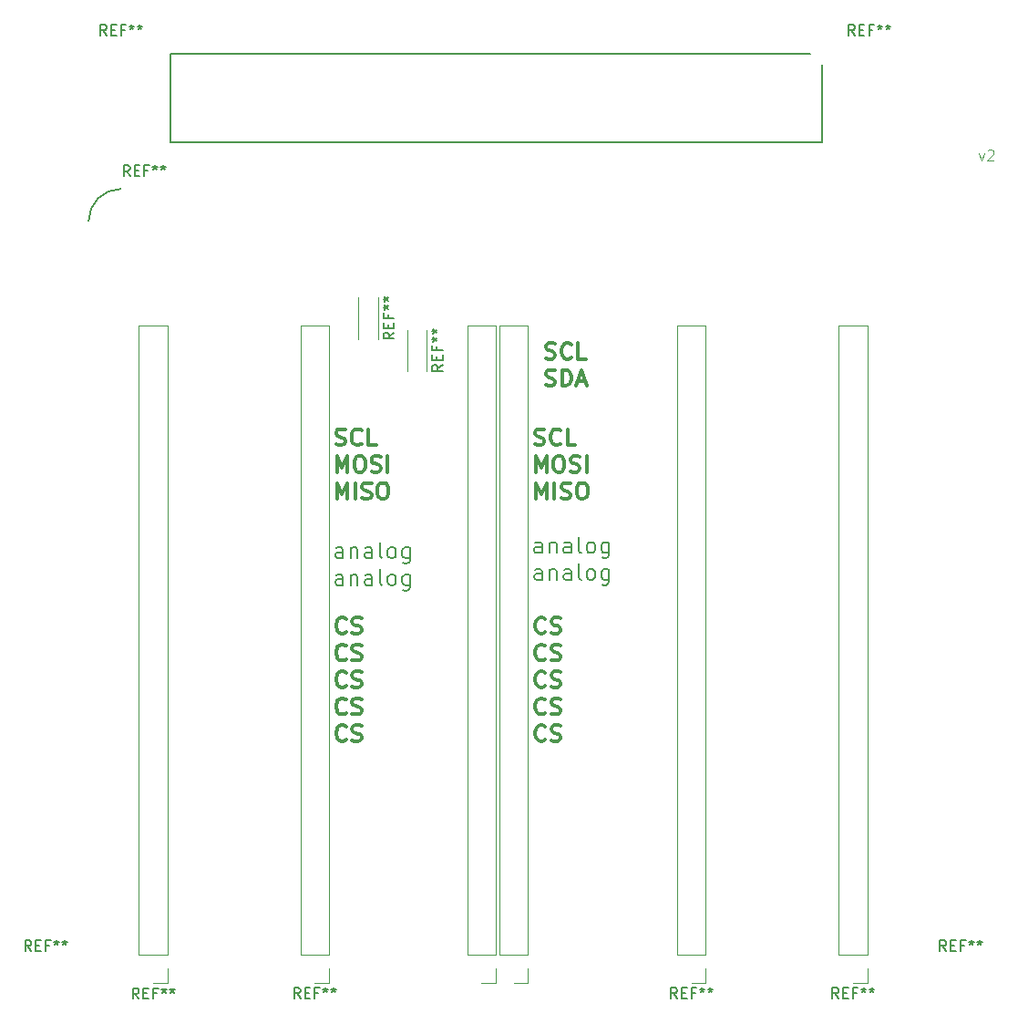
<source format=gbr>
%TF.GenerationSoftware,KiCad,Pcbnew,8.0.0*%
%TF.CreationDate,2025-01-17T03:29:13+02:00*%
%TF.ProjectId,diplomna_2024_pcb_layout,6469706c-6f6d-46e6-915f-323032345f70,rev?*%
%TF.SameCoordinates,Original*%
%TF.FileFunction,Legend,Top*%
%TF.FilePolarity,Positive*%
%FSLAX46Y46*%
G04 Gerber Fmt 4.6, Leading zero omitted, Abs format (unit mm)*
G04 Created by KiCad (PCBNEW 8.0.0) date 2025-01-17 03:29:13*
%MOMM*%
%LPD*%
G01*
G04 APERTURE LIST*
%ADD10C,0.100000*%
%ADD11C,0.300000*%
%ADD12C,0.187500*%
%ADD13C,0.150000*%
%ADD14C,0.120000*%
%ADD15C,0.127000*%
%ADD16C,0.200000*%
G04 APERTURE END LIST*
D10*
X247708646Y-62705752D02*
X247946741Y-63372419D01*
X247946741Y-63372419D02*
X248184836Y-62705752D01*
X248518170Y-62467657D02*
X248565789Y-62420038D01*
X248565789Y-62420038D02*
X248661027Y-62372419D01*
X248661027Y-62372419D02*
X248899122Y-62372419D01*
X248899122Y-62372419D02*
X248994360Y-62420038D01*
X248994360Y-62420038D02*
X249041979Y-62467657D01*
X249041979Y-62467657D02*
X249089598Y-62562895D01*
X249089598Y-62562895D02*
X249089598Y-62658133D01*
X249089598Y-62658133D02*
X249041979Y-62800990D01*
X249041979Y-62800990D02*
X248470551Y-63372419D01*
X248470551Y-63372419D02*
X249089598Y-63372419D01*
D11*
X207411653Y-114657971D02*
X207340225Y-114729400D01*
X207340225Y-114729400D02*
X207125939Y-114800828D01*
X207125939Y-114800828D02*
X206983082Y-114800828D01*
X206983082Y-114800828D02*
X206768796Y-114729400D01*
X206768796Y-114729400D02*
X206625939Y-114586542D01*
X206625939Y-114586542D02*
X206554510Y-114443685D01*
X206554510Y-114443685D02*
X206483082Y-114157971D01*
X206483082Y-114157971D02*
X206483082Y-113943685D01*
X206483082Y-113943685D02*
X206554510Y-113657971D01*
X206554510Y-113657971D02*
X206625939Y-113515114D01*
X206625939Y-113515114D02*
X206768796Y-113372257D01*
X206768796Y-113372257D02*
X206983082Y-113300828D01*
X206983082Y-113300828D02*
X207125939Y-113300828D01*
X207125939Y-113300828D02*
X207340225Y-113372257D01*
X207340225Y-113372257D02*
X207411653Y-113443685D01*
X207983082Y-114729400D02*
X208197368Y-114800828D01*
X208197368Y-114800828D02*
X208554510Y-114800828D01*
X208554510Y-114800828D02*
X208697368Y-114729400D01*
X208697368Y-114729400D02*
X208768796Y-114657971D01*
X208768796Y-114657971D02*
X208840225Y-114515114D01*
X208840225Y-114515114D02*
X208840225Y-114372257D01*
X208840225Y-114372257D02*
X208768796Y-114229400D01*
X208768796Y-114229400D02*
X208697368Y-114157971D01*
X208697368Y-114157971D02*
X208554510Y-114086542D01*
X208554510Y-114086542D02*
X208268796Y-114015114D01*
X208268796Y-114015114D02*
X208125939Y-113943685D01*
X208125939Y-113943685D02*
X208054510Y-113872257D01*
X208054510Y-113872257D02*
X207983082Y-113729400D01*
X207983082Y-113729400D02*
X207983082Y-113586542D01*
X207983082Y-113586542D02*
X208054510Y-113443685D01*
X208054510Y-113443685D02*
X208125939Y-113372257D01*
X208125939Y-113372257D02*
X208268796Y-113300828D01*
X208268796Y-113300828D02*
X208625939Y-113300828D01*
X208625939Y-113300828D02*
X208840225Y-113372257D01*
X188911653Y-107157971D02*
X188840225Y-107229400D01*
X188840225Y-107229400D02*
X188625939Y-107300828D01*
X188625939Y-107300828D02*
X188483082Y-107300828D01*
X188483082Y-107300828D02*
X188268796Y-107229400D01*
X188268796Y-107229400D02*
X188125939Y-107086542D01*
X188125939Y-107086542D02*
X188054510Y-106943685D01*
X188054510Y-106943685D02*
X187983082Y-106657971D01*
X187983082Y-106657971D02*
X187983082Y-106443685D01*
X187983082Y-106443685D02*
X188054510Y-106157971D01*
X188054510Y-106157971D02*
X188125939Y-106015114D01*
X188125939Y-106015114D02*
X188268796Y-105872257D01*
X188268796Y-105872257D02*
X188483082Y-105800828D01*
X188483082Y-105800828D02*
X188625939Y-105800828D01*
X188625939Y-105800828D02*
X188840225Y-105872257D01*
X188840225Y-105872257D02*
X188911653Y-105943685D01*
X189483082Y-107229400D02*
X189697368Y-107300828D01*
X189697368Y-107300828D02*
X190054510Y-107300828D01*
X190054510Y-107300828D02*
X190197368Y-107229400D01*
X190197368Y-107229400D02*
X190268796Y-107157971D01*
X190268796Y-107157971D02*
X190340225Y-107015114D01*
X190340225Y-107015114D02*
X190340225Y-106872257D01*
X190340225Y-106872257D02*
X190268796Y-106729400D01*
X190268796Y-106729400D02*
X190197368Y-106657971D01*
X190197368Y-106657971D02*
X190054510Y-106586542D01*
X190054510Y-106586542D02*
X189768796Y-106515114D01*
X189768796Y-106515114D02*
X189625939Y-106443685D01*
X189625939Y-106443685D02*
X189554510Y-106372257D01*
X189554510Y-106372257D02*
X189483082Y-106229400D01*
X189483082Y-106229400D02*
X189483082Y-106086542D01*
X189483082Y-106086542D02*
X189554510Y-105943685D01*
X189554510Y-105943685D02*
X189625939Y-105872257D01*
X189625939Y-105872257D02*
X189768796Y-105800828D01*
X189768796Y-105800828D02*
X190125939Y-105800828D01*
X190125939Y-105800828D02*
X190340225Y-105872257D01*
X188911653Y-112157971D02*
X188840225Y-112229400D01*
X188840225Y-112229400D02*
X188625939Y-112300828D01*
X188625939Y-112300828D02*
X188483082Y-112300828D01*
X188483082Y-112300828D02*
X188268796Y-112229400D01*
X188268796Y-112229400D02*
X188125939Y-112086542D01*
X188125939Y-112086542D02*
X188054510Y-111943685D01*
X188054510Y-111943685D02*
X187983082Y-111657971D01*
X187983082Y-111657971D02*
X187983082Y-111443685D01*
X187983082Y-111443685D02*
X188054510Y-111157971D01*
X188054510Y-111157971D02*
X188125939Y-111015114D01*
X188125939Y-111015114D02*
X188268796Y-110872257D01*
X188268796Y-110872257D02*
X188483082Y-110800828D01*
X188483082Y-110800828D02*
X188625939Y-110800828D01*
X188625939Y-110800828D02*
X188840225Y-110872257D01*
X188840225Y-110872257D02*
X188911653Y-110943685D01*
X189483082Y-112229400D02*
X189697368Y-112300828D01*
X189697368Y-112300828D02*
X190054510Y-112300828D01*
X190054510Y-112300828D02*
X190197368Y-112229400D01*
X190197368Y-112229400D02*
X190268796Y-112157971D01*
X190268796Y-112157971D02*
X190340225Y-112015114D01*
X190340225Y-112015114D02*
X190340225Y-111872257D01*
X190340225Y-111872257D02*
X190268796Y-111729400D01*
X190268796Y-111729400D02*
X190197368Y-111657971D01*
X190197368Y-111657971D02*
X190054510Y-111586542D01*
X190054510Y-111586542D02*
X189768796Y-111515114D01*
X189768796Y-111515114D02*
X189625939Y-111443685D01*
X189625939Y-111443685D02*
X189554510Y-111372257D01*
X189554510Y-111372257D02*
X189483082Y-111229400D01*
X189483082Y-111229400D02*
X189483082Y-111086542D01*
X189483082Y-111086542D02*
X189554510Y-110943685D01*
X189554510Y-110943685D02*
X189625939Y-110872257D01*
X189625939Y-110872257D02*
X189768796Y-110800828D01*
X189768796Y-110800828D02*
X190125939Y-110800828D01*
X190125939Y-110800828D02*
X190340225Y-110872257D01*
X207411653Y-107157971D02*
X207340225Y-107229400D01*
X207340225Y-107229400D02*
X207125939Y-107300828D01*
X207125939Y-107300828D02*
X206983082Y-107300828D01*
X206983082Y-107300828D02*
X206768796Y-107229400D01*
X206768796Y-107229400D02*
X206625939Y-107086542D01*
X206625939Y-107086542D02*
X206554510Y-106943685D01*
X206554510Y-106943685D02*
X206483082Y-106657971D01*
X206483082Y-106657971D02*
X206483082Y-106443685D01*
X206483082Y-106443685D02*
X206554510Y-106157971D01*
X206554510Y-106157971D02*
X206625939Y-106015114D01*
X206625939Y-106015114D02*
X206768796Y-105872257D01*
X206768796Y-105872257D02*
X206983082Y-105800828D01*
X206983082Y-105800828D02*
X207125939Y-105800828D01*
X207125939Y-105800828D02*
X207340225Y-105872257D01*
X207340225Y-105872257D02*
X207411653Y-105943685D01*
X207983082Y-107229400D02*
X208197368Y-107300828D01*
X208197368Y-107300828D02*
X208554510Y-107300828D01*
X208554510Y-107300828D02*
X208697368Y-107229400D01*
X208697368Y-107229400D02*
X208768796Y-107157971D01*
X208768796Y-107157971D02*
X208840225Y-107015114D01*
X208840225Y-107015114D02*
X208840225Y-106872257D01*
X208840225Y-106872257D02*
X208768796Y-106729400D01*
X208768796Y-106729400D02*
X208697368Y-106657971D01*
X208697368Y-106657971D02*
X208554510Y-106586542D01*
X208554510Y-106586542D02*
X208268796Y-106515114D01*
X208268796Y-106515114D02*
X208125939Y-106443685D01*
X208125939Y-106443685D02*
X208054510Y-106372257D01*
X208054510Y-106372257D02*
X207983082Y-106229400D01*
X207983082Y-106229400D02*
X207983082Y-106086542D01*
X207983082Y-106086542D02*
X208054510Y-105943685D01*
X208054510Y-105943685D02*
X208125939Y-105872257D01*
X208125939Y-105872257D02*
X208268796Y-105800828D01*
X208268796Y-105800828D02*
X208625939Y-105800828D01*
X208625939Y-105800828D02*
X208840225Y-105872257D01*
X206554510Y-94800828D02*
X206554510Y-93300828D01*
X206554510Y-93300828D02*
X207054510Y-94372257D01*
X207054510Y-94372257D02*
X207554510Y-93300828D01*
X207554510Y-93300828D02*
X207554510Y-94800828D01*
X208268796Y-94800828D02*
X208268796Y-93300828D01*
X208911654Y-94729400D02*
X209125940Y-94800828D01*
X209125940Y-94800828D02*
X209483082Y-94800828D01*
X209483082Y-94800828D02*
X209625940Y-94729400D01*
X209625940Y-94729400D02*
X209697368Y-94657971D01*
X209697368Y-94657971D02*
X209768797Y-94515114D01*
X209768797Y-94515114D02*
X209768797Y-94372257D01*
X209768797Y-94372257D02*
X209697368Y-94229400D01*
X209697368Y-94229400D02*
X209625940Y-94157971D01*
X209625940Y-94157971D02*
X209483082Y-94086542D01*
X209483082Y-94086542D02*
X209197368Y-94015114D01*
X209197368Y-94015114D02*
X209054511Y-93943685D01*
X209054511Y-93943685D02*
X208983082Y-93872257D01*
X208983082Y-93872257D02*
X208911654Y-93729400D01*
X208911654Y-93729400D02*
X208911654Y-93586542D01*
X208911654Y-93586542D02*
X208983082Y-93443685D01*
X208983082Y-93443685D02*
X209054511Y-93372257D01*
X209054511Y-93372257D02*
X209197368Y-93300828D01*
X209197368Y-93300828D02*
X209554511Y-93300828D01*
X209554511Y-93300828D02*
X209768797Y-93372257D01*
X210697368Y-93300828D02*
X210983082Y-93300828D01*
X210983082Y-93300828D02*
X211125939Y-93372257D01*
X211125939Y-93372257D02*
X211268796Y-93515114D01*
X211268796Y-93515114D02*
X211340225Y-93800828D01*
X211340225Y-93800828D02*
X211340225Y-94300828D01*
X211340225Y-94300828D02*
X211268796Y-94586542D01*
X211268796Y-94586542D02*
X211125939Y-94729400D01*
X211125939Y-94729400D02*
X210983082Y-94800828D01*
X210983082Y-94800828D02*
X210697368Y-94800828D01*
X210697368Y-94800828D02*
X210554511Y-94729400D01*
X210554511Y-94729400D02*
X210411653Y-94586542D01*
X210411653Y-94586542D02*
X210340225Y-94300828D01*
X210340225Y-94300828D02*
X210340225Y-93800828D01*
X210340225Y-93800828D02*
X210411653Y-93515114D01*
X210411653Y-93515114D02*
X210554511Y-93372257D01*
X210554511Y-93372257D02*
X210697368Y-93300828D01*
X206554510Y-92300828D02*
X206554510Y-90800828D01*
X206554510Y-90800828D02*
X207054510Y-91872257D01*
X207054510Y-91872257D02*
X207554510Y-90800828D01*
X207554510Y-90800828D02*
X207554510Y-92300828D01*
X208554511Y-90800828D02*
X208840225Y-90800828D01*
X208840225Y-90800828D02*
X208983082Y-90872257D01*
X208983082Y-90872257D02*
X209125939Y-91015114D01*
X209125939Y-91015114D02*
X209197368Y-91300828D01*
X209197368Y-91300828D02*
X209197368Y-91800828D01*
X209197368Y-91800828D02*
X209125939Y-92086542D01*
X209125939Y-92086542D02*
X208983082Y-92229400D01*
X208983082Y-92229400D02*
X208840225Y-92300828D01*
X208840225Y-92300828D02*
X208554511Y-92300828D01*
X208554511Y-92300828D02*
X208411654Y-92229400D01*
X208411654Y-92229400D02*
X208268796Y-92086542D01*
X208268796Y-92086542D02*
X208197368Y-91800828D01*
X208197368Y-91800828D02*
X208197368Y-91300828D01*
X208197368Y-91300828D02*
X208268796Y-91015114D01*
X208268796Y-91015114D02*
X208411654Y-90872257D01*
X208411654Y-90872257D02*
X208554511Y-90800828D01*
X209768797Y-92229400D02*
X209983083Y-92300828D01*
X209983083Y-92300828D02*
X210340225Y-92300828D01*
X210340225Y-92300828D02*
X210483083Y-92229400D01*
X210483083Y-92229400D02*
X210554511Y-92157971D01*
X210554511Y-92157971D02*
X210625940Y-92015114D01*
X210625940Y-92015114D02*
X210625940Y-91872257D01*
X210625940Y-91872257D02*
X210554511Y-91729400D01*
X210554511Y-91729400D02*
X210483083Y-91657971D01*
X210483083Y-91657971D02*
X210340225Y-91586542D01*
X210340225Y-91586542D02*
X210054511Y-91515114D01*
X210054511Y-91515114D02*
X209911654Y-91443685D01*
X209911654Y-91443685D02*
X209840225Y-91372257D01*
X209840225Y-91372257D02*
X209768797Y-91229400D01*
X209768797Y-91229400D02*
X209768797Y-91086542D01*
X209768797Y-91086542D02*
X209840225Y-90943685D01*
X209840225Y-90943685D02*
X209911654Y-90872257D01*
X209911654Y-90872257D02*
X210054511Y-90800828D01*
X210054511Y-90800828D02*
X210411654Y-90800828D01*
X210411654Y-90800828D02*
X210625940Y-90872257D01*
X211268796Y-92300828D02*
X211268796Y-90800828D01*
X207411653Y-117157971D02*
X207340225Y-117229400D01*
X207340225Y-117229400D02*
X207125939Y-117300828D01*
X207125939Y-117300828D02*
X206983082Y-117300828D01*
X206983082Y-117300828D02*
X206768796Y-117229400D01*
X206768796Y-117229400D02*
X206625939Y-117086542D01*
X206625939Y-117086542D02*
X206554510Y-116943685D01*
X206554510Y-116943685D02*
X206483082Y-116657971D01*
X206483082Y-116657971D02*
X206483082Y-116443685D01*
X206483082Y-116443685D02*
X206554510Y-116157971D01*
X206554510Y-116157971D02*
X206625939Y-116015114D01*
X206625939Y-116015114D02*
X206768796Y-115872257D01*
X206768796Y-115872257D02*
X206983082Y-115800828D01*
X206983082Y-115800828D02*
X207125939Y-115800828D01*
X207125939Y-115800828D02*
X207340225Y-115872257D01*
X207340225Y-115872257D02*
X207411653Y-115943685D01*
X207983082Y-117229400D02*
X208197368Y-117300828D01*
X208197368Y-117300828D02*
X208554510Y-117300828D01*
X208554510Y-117300828D02*
X208697368Y-117229400D01*
X208697368Y-117229400D02*
X208768796Y-117157971D01*
X208768796Y-117157971D02*
X208840225Y-117015114D01*
X208840225Y-117015114D02*
X208840225Y-116872257D01*
X208840225Y-116872257D02*
X208768796Y-116729400D01*
X208768796Y-116729400D02*
X208697368Y-116657971D01*
X208697368Y-116657971D02*
X208554510Y-116586542D01*
X208554510Y-116586542D02*
X208268796Y-116515114D01*
X208268796Y-116515114D02*
X208125939Y-116443685D01*
X208125939Y-116443685D02*
X208054510Y-116372257D01*
X208054510Y-116372257D02*
X207983082Y-116229400D01*
X207983082Y-116229400D02*
X207983082Y-116086542D01*
X207983082Y-116086542D02*
X208054510Y-115943685D01*
X208054510Y-115943685D02*
X208125939Y-115872257D01*
X208125939Y-115872257D02*
X208268796Y-115800828D01*
X208268796Y-115800828D02*
X208625939Y-115800828D01*
X208625939Y-115800828D02*
X208840225Y-115872257D01*
X207483082Y-84229400D02*
X207697368Y-84300828D01*
X207697368Y-84300828D02*
X208054510Y-84300828D01*
X208054510Y-84300828D02*
X208197368Y-84229400D01*
X208197368Y-84229400D02*
X208268796Y-84157971D01*
X208268796Y-84157971D02*
X208340225Y-84015114D01*
X208340225Y-84015114D02*
X208340225Y-83872257D01*
X208340225Y-83872257D02*
X208268796Y-83729400D01*
X208268796Y-83729400D02*
X208197368Y-83657971D01*
X208197368Y-83657971D02*
X208054510Y-83586542D01*
X208054510Y-83586542D02*
X207768796Y-83515114D01*
X207768796Y-83515114D02*
X207625939Y-83443685D01*
X207625939Y-83443685D02*
X207554510Y-83372257D01*
X207554510Y-83372257D02*
X207483082Y-83229400D01*
X207483082Y-83229400D02*
X207483082Y-83086542D01*
X207483082Y-83086542D02*
X207554510Y-82943685D01*
X207554510Y-82943685D02*
X207625939Y-82872257D01*
X207625939Y-82872257D02*
X207768796Y-82800828D01*
X207768796Y-82800828D02*
X208125939Y-82800828D01*
X208125939Y-82800828D02*
X208340225Y-82872257D01*
X208983081Y-84300828D02*
X208983081Y-82800828D01*
X208983081Y-82800828D02*
X209340224Y-82800828D01*
X209340224Y-82800828D02*
X209554510Y-82872257D01*
X209554510Y-82872257D02*
X209697367Y-83015114D01*
X209697367Y-83015114D02*
X209768796Y-83157971D01*
X209768796Y-83157971D02*
X209840224Y-83443685D01*
X209840224Y-83443685D02*
X209840224Y-83657971D01*
X209840224Y-83657971D02*
X209768796Y-83943685D01*
X209768796Y-83943685D02*
X209697367Y-84086542D01*
X209697367Y-84086542D02*
X209554510Y-84229400D01*
X209554510Y-84229400D02*
X209340224Y-84300828D01*
X209340224Y-84300828D02*
X208983081Y-84300828D01*
X210411653Y-83872257D02*
X211125939Y-83872257D01*
X210268796Y-84300828D02*
X210768796Y-82800828D01*
X210768796Y-82800828D02*
X211268796Y-84300828D01*
X206483082Y-89729400D02*
X206697368Y-89800828D01*
X206697368Y-89800828D02*
X207054510Y-89800828D01*
X207054510Y-89800828D02*
X207197368Y-89729400D01*
X207197368Y-89729400D02*
X207268796Y-89657971D01*
X207268796Y-89657971D02*
X207340225Y-89515114D01*
X207340225Y-89515114D02*
X207340225Y-89372257D01*
X207340225Y-89372257D02*
X207268796Y-89229400D01*
X207268796Y-89229400D02*
X207197368Y-89157971D01*
X207197368Y-89157971D02*
X207054510Y-89086542D01*
X207054510Y-89086542D02*
X206768796Y-89015114D01*
X206768796Y-89015114D02*
X206625939Y-88943685D01*
X206625939Y-88943685D02*
X206554510Y-88872257D01*
X206554510Y-88872257D02*
X206483082Y-88729400D01*
X206483082Y-88729400D02*
X206483082Y-88586542D01*
X206483082Y-88586542D02*
X206554510Y-88443685D01*
X206554510Y-88443685D02*
X206625939Y-88372257D01*
X206625939Y-88372257D02*
X206768796Y-88300828D01*
X206768796Y-88300828D02*
X207125939Y-88300828D01*
X207125939Y-88300828D02*
X207340225Y-88372257D01*
X208840224Y-89657971D02*
X208768796Y-89729400D01*
X208768796Y-89729400D02*
X208554510Y-89800828D01*
X208554510Y-89800828D02*
X208411653Y-89800828D01*
X208411653Y-89800828D02*
X208197367Y-89729400D01*
X208197367Y-89729400D02*
X208054510Y-89586542D01*
X208054510Y-89586542D02*
X207983081Y-89443685D01*
X207983081Y-89443685D02*
X207911653Y-89157971D01*
X207911653Y-89157971D02*
X207911653Y-88943685D01*
X207911653Y-88943685D02*
X207983081Y-88657971D01*
X207983081Y-88657971D02*
X208054510Y-88515114D01*
X208054510Y-88515114D02*
X208197367Y-88372257D01*
X208197367Y-88372257D02*
X208411653Y-88300828D01*
X208411653Y-88300828D02*
X208554510Y-88300828D01*
X208554510Y-88300828D02*
X208768796Y-88372257D01*
X208768796Y-88372257D02*
X208840224Y-88443685D01*
X210197367Y-89800828D02*
X209483081Y-89800828D01*
X209483081Y-89800828D02*
X209483081Y-88300828D01*
X207411653Y-112157971D02*
X207340225Y-112229400D01*
X207340225Y-112229400D02*
X207125939Y-112300828D01*
X207125939Y-112300828D02*
X206983082Y-112300828D01*
X206983082Y-112300828D02*
X206768796Y-112229400D01*
X206768796Y-112229400D02*
X206625939Y-112086542D01*
X206625939Y-112086542D02*
X206554510Y-111943685D01*
X206554510Y-111943685D02*
X206483082Y-111657971D01*
X206483082Y-111657971D02*
X206483082Y-111443685D01*
X206483082Y-111443685D02*
X206554510Y-111157971D01*
X206554510Y-111157971D02*
X206625939Y-111015114D01*
X206625939Y-111015114D02*
X206768796Y-110872257D01*
X206768796Y-110872257D02*
X206983082Y-110800828D01*
X206983082Y-110800828D02*
X207125939Y-110800828D01*
X207125939Y-110800828D02*
X207340225Y-110872257D01*
X207340225Y-110872257D02*
X207411653Y-110943685D01*
X207983082Y-112229400D02*
X208197368Y-112300828D01*
X208197368Y-112300828D02*
X208554510Y-112300828D01*
X208554510Y-112300828D02*
X208697368Y-112229400D01*
X208697368Y-112229400D02*
X208768796Y-112157971D01*
X208768796Y-112157971D02*
X208840225Y-112015114D01*
X208840225Y-112015114D02*
X208840225Y-111872257D01*
X208840225Y-111872257D02*
X208768796Y-111729400D01*
X208768796Y-111729400D02*
X208697368Y-111657971D01*
X208697368Y-111657971D02*
X208554510Y-111586542D01*
X208554510Y-111586542D02*
X208268796Y-111515114D01*
X208268796Y-111515114D02*
X208125939Y-111443685D01*
X208125939Y-111443685D02*
X208054510Y-111372257D01*
X208054510Y-111372257D02*
X207983082Y-111229400D01*
X207983082Y-111229400D02*
X207983082Y-111086542D01*
X207983082Y-111086542D02*
X208054510Y-110943685D01*
X208054510Y-110943685D02*
X208125939Y-110872257D01*
X208125939Y-110872257D02*
X208268796Y-110800828D01*
X208268796Y-110800828D02*
X208625939Y-110800828D01*
X208625939Y-110800828D02*
X208840225Y-110872257D01*
X188054510Y-94800828D02*
X188054510Y-93300828D01*
X188054510Y-93300828D02*
X188554510Y-94372257D01*
X188554510Y-94372257D02*
X189054510Y-93300828D01*
X189054510Y-93300828D02*
X189054510Y-94800828D01*
X189768796Y-94800828D02*
X189768796Y-93300828D01*
X190411654Y-94729400D02*
X190625940Y-94800828D01*
X190625940Y-94800828D02*
X190983082Y-94800828D01*
X190983082Y-94800828D02*
X191125940Y-94729400D01*
X191125940Y-94729400D02*
X191197368Y-94657971D01*
X191197368Y-94657971D02*
X191268797Y-94515114D01*
X191268797Y-94515114D02*
X191268797Y-94372257D01*
X191268797Y-94372257D02*
X191197368Y-94229400D01*
X191197368Y-94229400D02*
X191125940Y-94157971D01*
X191125940Y-94157971D02*
X190983082Y-94086542D01*
X190983082Y-94086542D02*
X190697368Y-94015114D01*
X190697368Y-94015114D02*
X190554511Y-93943685D01*
X190554511Y-93943685D02*
X190483082Y-93872257D01*
X190483082Y-93872257D02*
X190411654Y-93729400D01*
X190411654Y-93729400D02*
X190411654Y-93586542D01*
X190411654Y-93586542D02*
X190483082Y-93443685D01*
X190483082Y-93443685D02*
X190554511Y-93372257D01*
X190554511Y-93372257D02*
X190697368Y-93300828D01*
X190697368Y-93300828D02*
X191054511Y-93300828D01*
X191054511Y-93300828D02*
X191268797Y-93372257D01*
X192197368Y-93300828D02*
X192483082Y-93300828D01*
X192483082Y-93300828D02*
X192625939Y-93372257D01*
X192625939Y-93372257D02*
X192768796Y-93515114D01*
X192768796Y-93515114D02*
X192840225Y-93800828D01*
X192840225Y-93800828D02*
X192840225Y-94300828D01*
X192840225Y-94300828D02*
X192768796Y-94586542D01*
X192768796Y-94586542D02*
X192625939Y-94729400D01*
X192625939Y-94729400D02*
X192483082Y-94800828D01*
X192483082Y-94800828D02*
X192197368Y-94800828D01*
X192197368Y-94800828D02*
X192054511Y-94729400D01*
X192054511Y-94729400D02*
X191911653Y-94586542D01*
X191911653Y-94586542D02*
X191840225Y-94300828D01*
X191840225Y-94300828D02*
X191840225Y-93800828D01*
X191840225Y-93800828D02*
X191911653Y-93515114D01*
X191911653Y-93515114D02*
X192054511Y-93372257D01*
X192054511Y-93372257D02*
X192197368Y-93300828D01*
D12*
X188623355Y-100306678D02*
X188623355Y-99520964D01*
X188623355Y-99520964D02*
X188551926Y-99378107D01*
X188551926Y-99378107D02*
X188409069Y-99306678D01*
X188409069Y-99306678D02*
X188123355Y-99306678D01*
X188123355Y-99306678D02*
X187980497Y-99378107D01*
X188623355Y-100235250D02*
X188480497Y-100306678D01*
X188480497Y-100306678D02*
X188123355Y-100306678D01*
X188123355Y-100306678D02*
X187980497Y-100235250D01*
X187980497Y-100235250D02*
X187909069Y-100092392D01*
X187909069Y-100092392D02*
X187909069Y-99949535D01*
X187909069Y-99949535D02*
X187980497Y-99806678D01*
X187980497Y-99806678D02*
X188123355Y-99735250D01*
X188123355Y-99735250D02*
X188480497Y-99735250D01*
X188480497Y-99735250D02*
X188623355Y-99663821D01*
X189337640Y-99306678D02*
X189337640Y-100306678D01*
X189337640Y-99449535D02*
X189409069Y-99378107D01*
X189409069Y-99378107D02*
X189551926Y-99306678D01*
X189551926Y-99306678D02*
X189766212Y-99306678D01*
X189766212Y-99306678D02*
X189909069Y-99378107D01*
X189909069Y-99378107D02*
X189980498Y-99520964D01*
X189980498Y-99520964D02*
X189980498Y-100306678D01*
X191337641Y-100306678D02*
X191337641Y-99520964D01*
X191337641Y-99520964D02*
X191266212Y-99378107D01*
X191266212Y-99378107D02*
X191123355Y-99306678D01*
X191123355Y-99306678D02*
X190837641Y-99306678D01*
X190837641Y-99306678D02*
X190694783Y-99378107D01*
X191337641Y-100235250D02*
X191194783Y-100306678D01*
X191194783Y-100306678D02*
X190837641Y-100306678D01*
X190837641Y-100306678D02*
X190694783Y-100235250D01*
X190694783Y-100235250D02*
X190623355Y-100092392D01*
X190623355Y-100092392D02*
X190623355Y-99949535D01*
X190623355Y-99949535D02*
X190694783Y-99806678D01*
X190694783Y-99806678D02*
X190837641Y-99735250D01*
X190837641Y-99735250D02*
X191194783Y-99735250D01*
X191194783Y-99735250D02*
X191337641Y-99663821D01*
X192266212Y-100306678D02*
X192123355Y-100235250D01*
X192123355Y-100235250D02*
X192051926Y-100092392D01*
X192051926Y-100092392D02*
X192051926Y-98806678D01*
X193051926Y-100306678D02*
X192909069Y-100235250D01*
X192909069Y-100235250D02*
X192837640Y-100163821D01*
X192837640Y-100163821D02*
X192766212Y-100020964D01*
X192766212Y-100020964D02*
X192766212Y-99592392D01*
X192766212Y-99592392D02*
X192837640Y-99449535D01*
X192837640Y-99449535D02*
X192909069Y-99378107D01*
X192909069Y-99378107D02*
X193051926Y-99306678D01*
X193051926Y-99306678D02*
X193266212Y-99306678D01*
X193266212Y-99306678D02*
X193409069Y-99378107D01*
X193409069Y-99378107D02*
X193480498Y-99449535D01*
X193480498Y-99449535D02*
X193551926Y-99592392D01*
X193551926Y-99592392D02*
X193551926Y-100020964D01*
X193551926Y-100020964D02*
X193480498Y-100163821D01*
X193480498Y-100163821D02*
X193409069Y-100235250D01*
X193409069Y-100235250D02*
X193266212Y-100306678D01*
X193266212Y-100306678D02*
X193051926Y-100306678D01*
X194837641Y-99306678D02*
X194837641Y-100520964D01*
X194837641Y-100520964D02*
X194766212Y-100663821D01*
X194766212Y-100663821D02*
X194694783Y-100735250D01*
X194694783Y-100735250D02*
X194551926Y-100806678D01*
X194551926Y-100806678D02*
X194337641Y-100806678D01*
X194337641Y-100806678D02*
X194194783Y-100735250D01*
X194837641Y-100235250D02*
X194694783Y-100306678D01*
X194694783Y-100306678D02*
X194409069Y-100306678D01*
X194409069Y-100306678D02*
X194266212Y-100235250D01*
X194266212Y-100235250D02*
X194194783Y-100163821D01*
X194194783Y-100163821D02*
X194123355Y-100020964D01*
X194123355Y-100020964D02*
X194123355Y-99592392D01*
X194123355Y-99592392D02*
X194194783Y-99449535D01*
X194194783Y-99449535D02*
X194266212Y-99378107D01*
X194266212Y-99378107D02*
X194409069Y-99306678D01*
X194409069Y-99306678D02*
X194694783Y-99306678D01*
X194694783Y-99306678D02*
X194837641Y-99378107D01*
D11*
X207411653Y-109657971D02*
X207340225Y-109729400D01*
X207340225Y-109729400D02*
X207125939Y-109800828D01*
X207125939Y-109800828D02*
X206983082Y-109800828D01*
X206983082Y-109800828D02*
X206768796Y-109729400D01*
X206768796Y-109729400D02*
X206625939Y-109586542D01*
X206625939Y-109586542D02*
X206554510Y-109443685D01*
X206554510Y-109443685D02*
X206483082Y-109157971D01*
X206483082Y-109157971D02*
X206483082Y-108943685D01*
X206483082Y-108943685D02*
X206554510Y-108657971D01*
X206554510Y-108657971D02*
X206625939Y-108515114D01*
X206625939Y-108515114D02*
X206768796Y-108372257D01*
X206768796Y-108372257D02*
X206983082Y-108300828D01*
X206983082Y-108300828D02*
X207125939Y-108300828D01*
X207125939Y-108300828D02*
X207340225Y-108372257D01*
X207340225Y-108372257D02*
X207411653Y-108443685D01*
X207983082Y-109729400D02*
X208197368Y-109800828D01*
X208197368Y-109800828D02*
X208554510Y-109800828D01*
X208554510Y-109800828D02*
X208697368Y-109729400D01*
X208697368Y-109729400D02*
X208768796Y-109657971D01*
X208768796Y-109657971D02*
X208840225Y-109515114D01*
X208840225Y-109515114D02*
X208840225Y-109372257D01*
X208840225Y-109372257D02*
X208768796Y-109229400D01*
X208768796Y-109229400D02*
X208697368Y-109157971D01*
X208697368Y-109157971D02*
X208554510Y-109086542D01*
X208554510Y-109086542D02*
X208268796Y-109015114D01*
X208268796Y-109015114D02*
X208125939Y-108943685D01*
X208125939Y-108943685D02*
X208054510Y-108872257D01*
X208054510Y-108872257D02*
X207983082Y-108729400D01*
X207983082Y-108729400D02*
X207983082Y-108586542D01*
X207983082Y-108586542D02*
X208054510Y-108443685D01*
X208054510Y-108443685D02*
X208125939Y-108372257D01*
X208125939Y-108372257D02*
X208268796Y-108300828D01*
X208268796Y-108300828D02*
X208625939Y-108300828D01*
X208625939Y-108300828D02*
X208840225Y-108372257D01*
D12*
X207123355Y-99806678D02*
X207123355Y-99020964D01*
X207123355Y-99020964D02*
X207051926Y-98878107D01*
X207051926Y-98878107D02*
X206909069Y-98806678D01*
X206909069Y-98806678D02*
X206623355Y-98806678D01*
X206623355Y-98806678D02*
X206480497Y-98878107D01*
X207123355Y-99735250D02*
X206980497Y-99806678D01*
X206980497Y-99806678D02*
X206623355Y-99806678D01*
X206623355Y-99806678D02*
X206480497Y-99735250D01*
X206480497Y-99735250D02*
X206409069Y-99592392D01*
X206409069Y-99592392D02*
X206409069Y-99449535D01*
X206409069Y-99449535D02*
X206480497Y-99306678D01*
X206480497Y-99306678D02*
X206623355Y-99235250D01*
X206623355Y-99235250D02*
X206980497Y-99235250D01*
X206980497Y-99235250D02*
X207123355Y-99163821D01*
X207837640Y-98806678D02*
X207837640Y-99806678D01*
X207837640Y-98949535D02*
X207909069Y-98878107D01*
X207909069Y-98878107D02*
X208051926Y-98806678D01*
X208051926Y-98806678D02*
X208266212Y-98806678D01*
X208266212Y-98806678D02*
X208409069Y-98878107D01*
X208409069Y-98878107D02*
X208480498Y-99020964D01*
X208480498Y-99020964D02*
X208480498Y-99806678D01*
X209837641Y-99806678D02*
X209837641Y-99020964D01*
X209837641Y-99020964D02*
X209766212Y-98878107D01*
X209766212Y-98878107D02*
X209623355Y-98806678D01*
X209623355Y-98806678D02*
X209337641Y-98806678D01*
X209337641Y-98806678D02*
X209194783Y-98878107D01*
X209837641Y-99735250D02*
X209694783Y-99806678D01*
X209694783Y-99806678D02*
X209337641Y-99806678D01*
X209337641Y-99806678D02*
X209194783Y-99735250D01*
X209194783Y-99735250D02*
X209123355Y-99592392D01*
X209123355Y-99592392D02*
X209123355Y-99449535D01*
X209123355Y-99449535D02*
X209194783Y-99306678D01*
X209194783Y-99306678D02*
X209337641Y-99235250D01*
X209337641Y-99235250D02*
X209694783Y-99235250D01*
X209694783Y-99235250D02*
X209837641Y-99163821D01*
X210766212Y-99806678D02*
X210623355Y-99735250D01*
X210623355Y-99735250D02*
X210551926Y-99592392D01*
X210551926Y-99592392D02*
X210551926Y-98306678D01*
X211551926Y-99806678D02*
X211409069Y-99735250D01*
X211409069Y-99735250D02*
X211337640Y-99663821D01*
X211337640Y-99663821D02*
X211266212Y-99520964D01*
X211266212Y-99520964D02*
X211266212Y-99092392D01*
X211266212Y-99092392D02*
X211337640Y-98949535D01*
X211337640Y-98949535D02*
X211409069Y-98878107D01*
X211409069Y-98878107D02*
X211551926Y-98806678D01*
X211551926Y-98806678D02*
X211766212Y-98806678D01*
X211766212Y-98806678D02*
X211909069Y-98878107D01*
X211909069Y-98878107D02*
X211980498Y-98949535D01*
X211980498Y-98949535D02*
X212051926Y-99092392D01*
X212051926Y-99092392D02*
X212051926Y-99520964D01*
X212051926Y-99520964D02*
X211980498Y-99663821D01*
X211980498Y-99663821D02*
X211909069Y-99735250D01*
X211909069Y-99735250D02*
X211766212Y-99806678D01*
X211766212Y-99806678D02*
X211551926Y-99806678D01*
X213337641Y-98806678D02*
X213337641Y-100020964D01*
X213337641Y-100020964D02*
X213266212Y-100163821D01*
X213266212Y-100163821D02*
X213194783Y-100235250D01*
X213194783Y-100235250D02*
X213051926Y-100306678D01*
X213051926Y-100306678D02*
X212837641Y-100306678D01*
X212837641Y-100306678D02*
X212694783Y-100235250D01*
X213337641Y-99735250D02*
X213194783Y-99806678D01*
X213194783Y-99806678D02*
X212909069Y-99806678D01*
X212909069Y-99806678D02*
X212766212Y-99735250D01*
X212766212Y-99735250D02*
X212694783Y-99663821D01*
X212694783Y-99663821D02*
X212623355Y-99520964D01*
X212623355Y-99520964D02*
X212623355Y-99092392D01*
X212623355Y-99092392D02*
X212694783Y-98949535D01*
X212694783Y-98949535D02*
X212766212Y-98878107D01*
X212766212Y-98878107D02*
X212909069Y-98806678D01*
X212909069Y-98806678D02*
X213194783Y-98806678D01*
X213194783Y-98806678D02*
X213337641Y-98878107D01*
D11*
X207483082Y-81729400D02*
X207697368Y-81800828D01*
X207697368Y-81800828D02*
X208054510Y-81800828D01*
X208054510Y-81800828D02*
X208197368Y-81729400D01*
X208197368Y-81729400D02*
X208268796Y-81657971D01*
X208268796Y-81657971D02*
X208340225Y-81515114D01*
X208340225Y-81515114D02*
X208340225Y-81372257D01*
X208340225Y-81372257D02*
X208268796Y-81229400D01*
X208268796Y-81229400D02*
X208197368Y-81157971D01*
X208197368Y-81157971D02*
X208054510Y-81086542D01*
X208054510Y-81086542D02*
X207768796Y-81015114D01*
X207768796Y-81015114D02*
X207625939Y-80943685D01*
X207625939Y-80943685D02*
X207554510Y-80872257D01*
X207554510Y-80872257D02*
X207483082Y-80729400D01*
X207483082Y-80729400D02*
X207483082Y-80586542D01*
X207483082Y-80586542D02*
X207554510Y-80443685D01*
X207554510Y-80443685D02*
X207625939Y-80372257D01*
X207625939Y-80372257D02*
X207768796Y-80300828D01*
X207768796Y-80300828D02*
X208125939Y-80300828D01*
X208125939Y-80300828D02*
X208340225Y-80372257D01*
X209840224Y-81657971D02*
X209768796Y-81729400D01*
X209768796Y-81729400D02*
X209554510Y-81800828D01*
X209554510Y-81800828D02*
X209411653Y-81800828D01*
X209411653Y-81800828D02*
X209197367Y-81729400D01*
X209197367Y-81729400D02*
X209054510Y-81586542D01*
X209054510Y-81586542D02*
X208983081Y-81443685D01*
X208983081Y-81443685D02*
X208911653Y-81157971D01*
X208911653Y-81157971D02*
X208911653Y-80943685D01*
X208911653Y-80943685D02*
X208983081Y-80657971D01*
X208983081Y-80657971D02*
X209054510Y-80515114D01*
X209054510Y-80515114D02*
X209197367Y-80372257D01*
X209197367Y-80372257D02*
X209411653Y-80300828D01*
X209411653Y-80300828D02*
X209554510Y-80300828D01*
X209554510Y-80300828D02*
X209768796Y-80372257D01*
X209768796Y-80372257D02*
X209840224Y-80443685D01*
X211197367Y-81800828D02*
X210483081Y-81800828D01*
X210483081Y-81800828D02*
X210483081Y-80300828D01*
X188911653Y-114657971D02*
X188840225Y-114729400D01*
X188840225Y-114729400D02*
X188625939Y-114800828D01*
X188625939Y-114800828D02*
X188483082Y-114800828D01*
X188483082Y-114800828D02*
X188268796Y-114729400D01*
X188268796Y-114729400D02*
X188125939Y-114586542D01*
X188125939Y-114586542D02*
X188054510Y-114443685D01*
X188054510Y-114443685D02*
X187983082Y-114157971D01*
X187983082Y-114157971D02*
X187983082Y-113943685D01*
X187983082Y-113943685D02*
X188054510Y-113657971D01*
X188054510Y-113657971D02*
X188125939Y-113515114D01*
X188125939Y-113515114D02*
X188268796Y-113372257D01*
X188268796Y-113372257D02*
X188483082Y-113300828D01*
X188483082Y-113300828D02*
X188625939Y-113300828D01*
X188625939Y-113300828D02*
X188840225Y-113372257D01*
X188840225Y-113372257D02*
X188911653Y-113443685D01*
X189483082Y-114729400D02*
X189697368Y-114800828D01*
X189697368Y-114800828D02*
X190054510Y-114800828D01*
X190054510Y-114800828D02*
X190197368Y-114729400D01*
X190197368Y-114729400D02*
X190268796Y-114657971D01*
X190268796Y-114657971D02*
X190340225Y-114515114D01*
X190340225Y-114515114D02*
X190340225Y-114372257D01*
X190340225Y-114372257D02*
X190268796Y-114229400D01*
X190268796Y-114229400D02*
X190197368Y-114157971D01*
X190197368Y-114157971D02*
X190054510Y-114086542D01*
X190054510Y-114086542D02*
X189768796Y-114015114D01*
X189768796Y-114015114D02*
X189625939Y-113943685D01*
X189625939Y-113943685D02*
X189554510Y-113872257D01*
X189554510Y-113872257D02*
X189483082Y-113729400D01*
X189483082Y-113729400D02*
X189483082Y-113586542D01*
X189483082Y-113586542D02*
X189554510Y-113443685D01*
X189554510Y-113443685D02*
X189625939Y-113372257D01*
X189625939Y-113372257D02*
X189768796Y-113300828D01*
X189768796Y-113300828D02*
X190125939Y-113300828D01*
X190125939Y-113300828D02*
X190340225Y-113372257D01*
X188054510Y-92300828D02*
X188054510Y-90800828D01*
X188054510Y-90800828D02*
X188554510Y-91872257D01*
X188554510Y-91872257D02*
X189054510Y-90800828D01*
X189054510Y-90800828D02*
X189054510Y-92300828D01*
X190054511Y-90800828D02*
X190340225Y-90800828D01*
X190340225Y-90800828D02*
X190483082Y-90872257D01*
X190483082Y-90872257D02*
X190625939Y-91015114D01*
X190625939Y-91015114D02*
X190697368Y-91300828D01*
X190697368Y-91300828D02*
X190697368Y-91800828D01*
X190697368Y-91800828D02*
X190625939Y-92086542D01*
X190625939Y-92086542D02*
X190483082Y-92229400D01*
X190483082Y-92229400D02*
X190340225Y-92300828D01*
X190340225Y-92300828D02*
X190054511Y-92300828D01*
X190054511Y-92300828D02*
X189911654Y-92229400D01*
X189911654Y-92229400D02*
X189768796Y-92086542D01*
X189768796Y-92086542D02*
X189697368Y-91800828D01*
X189697368Y-91800828D02*
X189697368Y-91300828D01*
X189697368Y-91300828D02*
X189768796Y-91015114D01*
X189768796Y-91015114D02*
X189911654Y-90872257D01*
X189911654Y-90872257D02*
X190054511Y-90800828D01*
X191268797Y-92229400D02*
X191483083Y-92300828D01*
X191483083Y-92300828D02*
X191840225Y-92300828D01*
X191840225Y-92300828D02*
X191983083Y-92229400D01*
X191983083Y-92229400D02*
X192054511Y-92157971D01*
X192054511Y-92157971D02*
X192125940Y-92015114D01*
X192125940Y-92015114D02*
X192125940Y-91872257D01*
X192125940Y-91872257D02*
X192054511Y-91729400D01*
X192054511Y-91729400D02*
X191983083Y-91657971D01*
X191983083Y-91657971D02*
X191840225Y-91586542D01*
X191840225Y-91586542D02*
X191554511Y-91515114D01*
X191554511Y-91515114D02*
X191411654Y-91443685D01*
X191411654Y-91443685D02*
X191340225Y-91372257D01*
X191340225Y-91372257D02*
X191268797Y-91229400D01*
X191268797Y-91229400D02*
X191268797Y-91086542D01*
X191268797Y-91086542D02*
X191340225Y-90943685D01*
X191340225Y-90943685D02*
X191411654Y-90872257D01*
X191411654Y-90872257D02*
X191554511Y-90800828D01*
X191554511Y-90800828D02*
X191911654Y-90800828D01*
X191911654Y-90800828D02*
X192125940Y-90872257D01*
X192768796Y-92300828D02*
X192768796Y-90800828D01*
X188911653Y-117157971D02*
X188840225Y-117229400D01*
X188840225Y-117229400D02*
X188625939Y-117300828D01*
X188625939Y-117300828D02*
X188483082Y-117300828D01*
X188483082Y-117300828D02*
X188268796Y-117229400D01*
X188268796Y-117229400D02*
X188125939Y-117086542D01*
X188125939Y-117086542D02*
X188054510Y-116943685D01*
X188054510Y-116943685D02*
X187983082Y-116657971D01*
X187983082Y-116657971D02*
X187983082Y-116443685D01*
X187983082Y-116443685D02*
X188054510Y-116157971D01*
X188054510Y-116157971D02*
X188125939Y-116015114D01*
X188125939Y-116015114D02*
X188268796Y-115872257D01*
X188268796Y-115872257D02*
X188483082Y-115800828D01*
X188483082Y-115800828D02*
X188625939Y-115800828D01*
X188625939Y-115800828D02*
X188840225Y-115872257D01*
X188840225Y-115872257D02*
X188911653Y-115943685D01*
X189483082Y-117229400D02*
X189697368Y-117300828D01*
X189697368Y-117300828D02*
X190054510Y-117300828D01*
X190054510Y-117300828D02*
X190197368Y-117229400D01*
X190197368Y-117229400D02*
X190268796Y-117157971D01*
X190268796Y-117157971D02*
X190340225Y-117015114D01*
X190340225Y-117015114D02*
X190340225Y-116872257D01*
X190340225Y-116872257D02*
X190268796Y-116729400D01*
X190268796Y-116729400D02*
X190197368Y-116657971D01*
X190197368Y-116657971D02*
X190054510Y-116586542D01*
X190054510Y-116586542D02*
X189768796Y-116515114D01*
X189768796Y-116515114D02*
X189625939Y-116443685D01*
X189625939Y-116443685D02*
X189554510Y-116372257D01*
X189554510Y-116372257D02*
X189483082Y-116229400D01*
X189483082Y-116229400D02*
X189483082Y-116086542D01*
X189483082Y-116086542D02*
X189554510Y-115943685D01*
X189554510Y-115943685D02*
X189625939Y-115872257D01*
X189625939Y-115872257D02*
X189768796Y-115800828D01*
X189768796Y-115800828D02*
X190125939Y-115800828D01*
X190125939Y-115800828D02*
X190340225Y-115872257D01*
X187983082Y-89729400D02*
X188197368Y-89800828D01*
X188197368Y-89800828D02*
X188554510Y-89800828D01*
X188554510Y-89800828D02*
X188697368Y-89729400D01*
X188697368Y-89729400D02*
X188768796Y-89657971D01*
X188768796Y-89657971D02*
X188840225Y-89515114D01*
X188840225Y-89515114D02*
X188840225Y-89372257D01*
X188840225Y-89372257D02*
X188768796Y-89229400D01*
X188768796Y-89229400D02*
X188697368Y-89157971D01*
X188697368Y-89157971D02*
X188554510Y-89086542D01*
X188554510Y-89086542D02*
X188268796Y-89015114D01*
X188268796Y-89015114D02*
X188125939Y-88943685D01*
X188125939Y-88943685D02*
X188054510Y-88872257D01*
X188054510Y-88872257D02*
X187983082Y-88729400D01*
X187983082Y-88729400D02*
X187983082Y-88586542D01*
X187983082Y-88586542D02*
X188054510Y-88443685D01*
X188054510Y-88443685D02*
X188125939Y-88372257D01*
X188125939Y-88372257D02*
X188268796Y-88300828D01*
X188268796Y-88300828D02*
X188625939Y-88300828D01*
X188625939Y-88300828D02*
X188840225Y-88372257D01*
X190340224Y-89657971D02*
X190268796Y-89729400D01*
X190268796Y-89729400D02*
X190054510Y-89800828D01*
X190054510Y-89800828D02*
X189911653Y-89800828D01*
X189911653Y-89800828D02*
X189697367Y-89729400D01*
X189697367Y-89729400D02*
X189554510Y-89586542D01*
X189554510Y-89586542D02*
X189483081Y-89443685D01*
X189483081Y-89443685D02*
X189411653Y-89157971D01*
X189411653Y-89157971D02*
X189411653Y-88943685D01*
X189411653Y-88943685D02*
X189483081Y-88657971D01*
X189483081Y-88657971D02*
X189554510Y-88515114D01*
X189554510Y-88515114D02*
X189697367Y-88372257D01*
X189697367Y-88372257D02*
X189911653Y-88300828D01*
X189911653Y-88300828D02*
X190054510Y-88300828D01*
X190054510Y-88300828D02*
X190268796Y-88372257D01*
X190268796Y-88372257D02*
X190340224Y-88443685D01*
X191697367Y-89800828D02*
X190983081Y-89800828D01*
X190983081Y-89800828D02*
X190983081Y-88300828D01*
D12*
X207123355Y-102306678D02*
X207123355Y-101520964D01*
X207123355Y-101520964D02*
X207051926Y-101378107D01*
X207051926Y-101378107D02*
X206909069Y-101306678D01*
X206909069Y-101306678D02*
X206623355Y-101306678D01*
X206623355Y-101306678D02*
X206480497Y-101378107D01*
X207123355Y-102235250D02*
X206980497Y-102306678D01*
X206980497Y-102306678D02*
X206623355Y-102306678D01*
X206623355Y-102306678D02*
X206480497Y-102235250D01*
X206480497Y-102235250D02*
X206409069Y-102092392D01*
X206409069Y-102092392D02*
X206409069Y-101949535D01*
X206409069Y-101949535D02*
X206480497Y-101806678D01*
X206480497Y-101806678D02*
X206623355Y-101735250D01*
X206623355Y-101735250D02*
X206980497Y-101735250D01*
X206980497Y-101735250D02*
X207123355Y-101663821D01*
X207837640Y-101306678D02*
X207837640Y-102306678D01*
X207837640Y-101449535D02*
X207909069Y-101378107D01*
X207909069Y-101378107D02*
X208051926Y-101306678D01*
X208051926Y-101306678D02*
X208266212Y-101306678D01*
X208266212Y-101306678D02*
X208409069Y-101378107D01*
X208409069Y-101378107D02*
X208480498Y-101520964D01*
X208480498Y-101520964D02*
X208480498Y-102306678D01*
X209837641Y-102306678D02*
X209837641Y-101520964D01*
X209837641Y-101520964D02*
X209766212Y-101378107D01*
X209766212Y-101378107D02*
X209623355Y-101306678D01*
X209623355Y-101306678D02*
X209337641Y-101306678D01*
X209337641Y-101306678D02*
X209194783Y-101378107D01*
X209837641Y-102235250D02*
X209694783Y-102306678D01*
X209694783Y-102306678D02*
X209337641Y-102306678D01*
X209337641Y-102306678D02*
X209194783Y-102235250D01*
X209194783Y-102235250D02*
X209123355Y-102092392D01*
X209123355Y-102092392D02*
X209123355Y-101949535D01*
X209123355Y-101949535D02*
X209194783Y-101806678D01*
X209194783Y-101806678D02*
X209337641Y-101735250D01*
X209337641Y-101735250D02*
X209694783Y-101735250D01*
X209694783Y-101735250D02*
X209837641Y-101663821D01*
X210766212Y-102306678D02*
X210623355Y-102235250D01*
X210623355Y-102235250D02*
X210551926Y-102092392D01*
X210551926Y-102092392D02*
X210551926Y-100806678D01*
X211551926Y-102306678D02*
X211409069Y-102235250D01*
X211409069Y-102235250D02*
X211337640Y-102163821D01*
X211337640Y-102163821D02*
X211266212Y-102020964D01*
X211266212Y-102020964D02*
X211266212Y-101592392D01*
X211266212Y-101592392D02*
X211337640Y-101449535D01*
X211337640Y-101449535D02*
X211409069Y-101378107D01*
X211409069Y-101378107D02*
X211551926Y-101306678D01*
X211551926Y-101306678D02*
X211766212Y-101306678D01*
X211766212Y-101306678D02*
X211909069Y-101378107D01*
X211909069Y-101378107D02*
X211980498Y-101449535D01*
X211980498Y-101449535D02*
X212051926Y-101592392D01*
X212051926Y-101592392D02*
X212051926Y-102020964D01*
X212051926Y-102020964D02*
X211980498Y-102163821D01*
X211980498Y-102163821D02*
X211909069Y-102235250D01*
X211909069Y-102235250D02*
X211766212Y-102306678D01*
X211766212Y-102306678D02*
X211551926Y-102306678D01*
X213337641Y-101306678D02*
X213337641Y-102520964D01*
X213337641Y-102520964D02*
X213266212Y-102663821D01*
X213266212Y-102663821D02*
X213194783Y-102735250D01*
X213194783Y-102735250D02*
X213051926Y-102806678D01*
X213051926Y-102806678D02*
X212837641Y-102806678D01*
X212837641Y-102806678D02*
X212694783Y-102735250D01*
X213337641Y-102235250D02*
X213194783Y-102306678D01*
X213194783Y-102306678D02*
X212909069Y-102306678D01*
X212909069Y-102306678D02*
X212766212Y-102235250D01*
X212766212Y-102235250D02*
X212694783Y-102163821D01*
X212694783Y-102163821D02*
X212623355Y-102020964D01*
X212623355Y-102020964D02*
X212623355Y-101592392D01*
X212623355Y-101592392D02*
X212694783Y-101449535D01*
X212694783Y-101449535D02*
X212766212Y-101378107D01*
X212766212Y-101378107D02*
X212909069Y-101306678D01*
X212909069Y-101306678D02*
X213194783Y-101306678D01*
X213194783Y-101306678D02*
X213337641Y-101378107D01*
X188623355Y-102806678D02*
X188623355Y-102020964D01*
X188623355Y-102020964D02*
X188551926Y-101878107D01*
X188551926Y-101878107D02*
X188409069Y-101806678D01*
X188409069Y-101806678D02*
X188123355Y-101806678D01*
X188123355Y-101806678D02*
X187980497Y-101878107D01*
X188623355Y-102735250D02*
X188480497Y-102806678D01*
X188480497Y-102806678D02*
X188123355Y-102806678D01*
X188123355Y-102806678D02*
X187980497Y-102735250D01*
X187980497Y-102735250D02*
X187909069Y-102592392D01*
X187909069Y-102592392D02*
X187909069Y-102449535D01*
X187909069Y-102449535D02*
X187980497Y-102306678D01*
X187980497Y-102306678D02*
X188123355Y-102235250D01*
X188123355Y-102235250D02*
X188480497Y-102235250D01*
X188480497Y-102235250D02*
X188623355Y-102163821D01*
X189337640Y-101806678D02*
X189337640Y-102806678D01*
X189337640Y-101949535D02*
X189409069Y-101878107D01*
X189409069Y-101878107D02*
X189551926Y-101806678D01*
X189551926Y-101806678D02*
X189766212Y-101806678D01*
X189766212Y-101806678D02*
X189909069Y-101878107D01*
X189909069Y-101878107D02*
X189980498Y-102020964D01*
X189980498Y-102020964D02*
X189980498Y-102806678D01*
X191337641Y-102806678D02*
X191337641Y-102020964D01*
X191337641Y-102020964D02*
X191266212Y-101878107D01*
X191266212Y-101878107D02*
X191123355Y-101806678D01*
X191123355Y-101806678D02*
X190837641Y-101806678D01*
X190837641Y-101806678D02*
X190694783Y-101878107D01*
X191337641Y-102735250D02*
X191194783Y-102806678D01*
X191194783Y-102806678D02*
X190837641Y-102806678D01*
X190837641Y-102806678D02*
X190694783Y-102735250D01*
X190694783Y-102735250D02*
X190623355Y-102592392D01*
X190623355Y-102592392D02*
X190623355Y-102449535D01*
X190623355Y-102449535D02*
X190694783Y-102306678D01*
X190694783Y-102306678D02*
X190837641Y-102235250D01*
X190837641Y-102235250D02*
X191194783Y-102235250D01*
X191194783Y-102235250D02*
X191337641Y-102163821D01*
X192266212Y-102806678D02*
X192123355Y-102735250D01*
X192123355Y-102735250D02*
X192051926Y-102592392D01*
X192051926Y-102592392D02*
X192051926Y-101306678D01*
X193051926Y-102806678D02*
X192909069Y-102735250D01*
X192909069Y-102735250D02*
X192837640Y-102663821D01*
X192837640Y-102663821D02*
X192766212Y-102520964D01*
X192766212Y-102520964D02*
X192766212Y-102092392D01*
X192766212Y-102092392D02*
X192837640Y-101949535D01*
X192837640Y-101949535D02*
X192909069Y-101878107D01*
X192909069Y-101878107D02*
X193051926Y-101806678D01*
X193051926Y-101806678D02*
X193266212Y-101806678D01*
X193266212Y-101806678D02*
X193409069Y-101878107D01*
X193409069Y-101878107D02*
X193480498Y-101949535D01*
X193480498Y-101949535D02*
X193551926Y-102092392D01*
X193551926Y-102092392D02*
X193551926Y-102520964D01*
X193551926Y-102520964D02*
X193480498Y-102663821D01*
X193480498Y-102663821D02*
X193409069Y-102735250D01*
X193409069Y-102735250D02*
X193266212Y-102806678D01*
X193266212Y-102806678D02*
X193051926Y-102806678D01*
X194837641Y-101806678D02*
X194837641Y-103020964D01*
X194837641Y-103020964D02*
X194766212Y-103163821D01*
X194766212Y-103163821D02*
X194694783Y-103235250D01*
X194694783Y-103235250D02*
X194551926Y-103306678D01*
X194551926Y-103306678D02*
X194337641Y-103306678D01*
X194337641Y-103306678D02*
X194194783Y-103235250D01*
X194837641Y-102735250D02*
X194694783Y-102806678D01*
X194694783Y-102806678D02*
X194409069Y-102806678D01*
X194409069Y-102806678D02*
X194266212Y-102735250D01*
X194266212Y-102735250D02*
X194194783Y-102663821D01*
X194194783Y-102663821D02*
X194123355Y-102520964D01*
X194123355Y-102520964D02*
X194123355Y-102092392D01*
X194123355Y-102092392D02*
X194194783Y-101949535D01*
X194194783Y-101949535D02*
X194266212Y-101878107D01*
X194266212Y-101878107D02*
X194409069Y-101806678D01*
X194409069Y-101806678D02*
X194694783Y-101806678D01*
X194694783Y-101806678D02*
X194837641Y-101878107D01*
D11*
X188911653Y-109657971D02*
X188840225Y-109729400D01*
X188840225Y-109729400D02*
X188625939Y-109800828D01*
X188625939Y-109800828D02*
X188483082Y-109800828D01*
X188483082Y-109800828D02*
X188268796Y-109729400D01*
X188268796Y-109729400D02*
X188125939Y-109586542D01*
X188125939Y-109586542D02*
X188054510Y-109443685D01*
X188054510Y-109443685D02*
X187983082Y-109157971D01*
X187983082Y-109157971D02*
X187983082Y-108943685D01*
X187983082Y-108943685D02*
X188054510Y-108657971D01*
X188054510Y-108657971D02*
X188125939Y-108515114D01*
X188125939Y-108515114D02*
X188268796Y-108372257D01*
X188268796Y-108372257D02*
X188483082Y-108300828D01*
X188483082Y-108300828D02*
X188625939Y-108300828D01*
X188625939Y-108300828D02*
X188840225Y-108372257D01*
X188840225Y-108372257D02*
X188911653Y-108443685D01*
X189483082Y-109729400D02*
X189697368Y-109800828D01*
X189697368Y-109800828D02*
X190054510Y-109800828D01*
X190054510Y-109800828D02*
X190197368Y-109729400D01*
X190197368Y-109729400D02*
X190268796Y-109657971D01*
X190268796Y-109657971D02*
X190340225Y-109515114D01*
X190340225Y-109515114D02*
X190340225Y-109372257D01*
X190340225Y-109372257D02*
X190268796Y-109229400D01*
X190268796Y-109229400D02*
X190197368Y-109157971D01*
X190197368Y-109157971D02*
X190054510Y-109086542D01*
X190054510Y-109086542D02*
X189768796Y-109015114D01*
X189768796Y-109015114D02*
X189625939Y-108943685D01*
X189625939Y-108943685D02*
X189554510Y-108872257D01*
X189554510Y-108872257D02*
X189483082Y-108729400D01*
X189483082Y-108729400D02*
X189483082Y-108586542D01*
X189483082Y-108586542D02*
X189554510Y-108443685D01*
X189554510Y-108443685D02*
X189625939Y-108372257D01*
X189625939Y-108372257D02*
X189768796Y-108300828D01*
X189768796Y-108300828D02*
X190125939Y-108300828D01*
X190125939Y-108300828D02*
X190340225Y-108372257D01*
D13*
X184666666Y-141184819D02*
X184333333Y-140708628D01*
X184095238Y-141184819D02*
X184095238Y-140184819D01*
X184095238Y-140184819D02*
X184476190Y-140184819D01*
X184476190Y-140184819D02*
X184571428Y-140232438D01*
X184571428Y-140232438D02*
X184619047Y-140280057D01*
X184619047Y-140280057D02*
X184666666Y-140375295D01*
X184666666Y-140375295D02*
X184666666Y-140518152D01*
X184666666Y-140518152D02*
X184619047Y-140613390D01*
X184619047Y-140613390D02*
X184571428Y-140661009D01*
X184571428Y-140661009D02*
X184476190Y-140708628D01*
X184476190Y-140708628D02*
X184095238Y-140708628D01*
X185095238Y-140661009D02*
X185428571Y-140661009D01*
X185571428Y-141184819D02*
X185095238Y-141184819D01*
X185095238Y-141184819D02*
X185095238Y-140184819D01*
X185095238Y-140184819D02*
X185571428Y-140184819D01*
X186333333Y-140661009D02*
X186000000Y-140661009D01*
X186000000Y-141184819D02*
X186000000Y-140184819D01*
X186000000Y-140184819D02*
X186476190Y-140184819D01*
X187000000Y-140184819D02*
X187000000Y-140422914D01*
X186761905Y-140327676D02*
X187000000Y-140422914D01*
X187000000Y-140422914D02*
X187238095Y-140327676D01*
X186857143Y-140613390D02*
X187000000Y-140422914D01*
X187000000Y-140422914D02*
X187142857Y-140613390D01*
X187761905Y-140184819D02*
X187761905Y-140422914D01*
X187523810Y-140327676D02*
X187761905Y-140422914D01*
X187761905Y-140422914D02*
X188000000Y-140327676D01*
X187619048Y-140613390D02*
X187761905Y-140422914D01*
X187761905Y-140422914D02*
X187904762Y-140613390D01*
X236166666Y-51754819D02*
X235833333Y-51278628D01*
X235595238Y-51754819D02*
X235595238Y-50754819D01*
X235595238Y-50754819D02*
X235976190Y-50754819D01*
X235976190Y-50754819D02*
X236071428Y-50802438D01*
X236071428Y-50802438D02*
X236119047Y-50850057D01*
X236119047Y-50850057D02*
X236166666Y-50945295D01*
X236166666Y-50945295D02*
X236166666Y-51088152D01*
X236166666Y-51088152D02*
X236119047Y-51183390D01*
X236119047Y-51183390D02*
X236071428Y-51231009D01*
X236071428Y-51231009D02*
X235976190Y-51278628D01*
X235976190Y-51278628D02*
X235595238Y-51278628D01*
X236595238Y-51231009D02*
X236928571Y-51231009D01*
X237071428Y-51754819D02*
X236595238Y-51754819D01*
X236595238Y-51754819D02*
X236595238Y-50754819D01*
X236595238Y-50754819D02*
X237071428Y-50754819D01*
X237833333Y-51231009D02*
X237500000Y-51231009D01*
X237500000Y-51754819D02*
X237500000Y-50754819D01*
X237500000Y-50754819D02*
X237976190Y-50754819D01*
X238500000Y-50754819D02*
X238500000Y-50992914D01*
X238261905Y-50897676D02*
X238500000Y-50992914D01*
X238500000Y-50992914D02*
X238738095Y-50897676D01*
X238357143Y-51183390D02*
X238500000Y-50992914D01*
X238500000Y-50992914D02*
X238642857Y-51183390D01*
X239261905Y-50754819D02*
X239261905Y-50992914D01*
X239023810Y-50897676D02*
X239261905Y-50992914D01*
X239261905Y-50992914D02*
X239500000Y-50897676D01*
X239119048Y-51183390D02*
X239261905Y-50992914D01*
X239261905Y-50992914D02*
X239404762Y-51183390D01*
X168841666Y-64819819D02*
X168508333Y-64343628D01*
X168270238Y-64819819D02*
X168270238Y-63819819D01*
X168270238Y-63819819D02*
X168651190Y-63819819D01*
X168651190Y-63819819D02*
X168746428Y-63867438D01*
X168746428Y-63867438D02*
X168794047Y-63915057D01*
X168794047Y-63915057D02*
X168841666Y-64010295D01*
X168841666Y-64010295D02*
X168841666Y-64153152D01*
X168841666Y-64153152D02*
X168794047Y-64248390D01*
X168794047Y-64248390D02*
X168746428Y-64296009D01*
X168746428Y-64296009D02*
X168651190Y-64343628D01*
X168651190Y-64343628D02*
X168270238Y-64343628D01*
X169270238Y-64296009D02*
X169603571Y-64296009D01*
X169746428Y-64819819D02*
X169270238Y-64819819D01*
X169270238Y-64819819D02*
X169270238Y-63819819D01*
X169270238Y-63819819D02*
X169746428Y-63819819D01*
X170508333Y-64296009D02*
X170175000Y-64296009D01*
X170175000Y-64819819D02*
X170175000Y-63819819D01*
X170175000Y-63819819D02*
X170651190Y-63819819D01*
X171175000Y-63819819D02*
X171175000Y-64057914D01*
X170936905Y-63962676D02*
X171175000Y-64057914D01*
X171175000Y-64057914D02*
X171413095Y-63962676D01*
X171032143Y-64248390D02*
X171175000Y-64057914D01*
X171175000Y-64057914D02*
X171317857Y-64248390D01*
X171936905Y-63819819D02*
X171936905Y-64057914D01*
X171698810Y-63962676D02*
X171936905Y-64057914D01*
X171936905Y-64057914D02*
X172175000Y-63962676D01*
X171794048Y-64248390D02*
X171936905Y-64057914D01*
X171936905Y-64057914D02*
X172079762Y-64248390D01*
X166666666Y-51754819D02*
X166333333Y-51278628D01*
X166095238Y-51754819D02*
X166095238Y-50754819D01*
X166095238Y-50754819D02*
X166476190Y-50754819D01*
X166476190Y-50754819D02*
X166571428Y-50802438D01*
X166571428Y-50802438D02*
X166619047Y-50850057D01*
X166619047Y-50850057D02*
X166666666Y-50945295D01*
X166666666Y-50945295D02*
X166666666Y-51088152D01*
X166666666Y-51088152D02*
X166619047Y-51183390D01*
X166619047Y-51183390D02*
X166571428Y-51231009D01*
X166571428Y-51231009D02*
X166476190Y-51278628D01*
X166476190Y-51278628D02*
X166095238Y-51278628D01*
X167095238Y-51231009D02*
X167428571Y-51231009D01*
X167571428Y-51754819D02*
X167095238Y-51754819D01*
X167095238Y-51754819D02*
X167095238Y-50754819D01*
X167095238Y-50754819D02*
X167571428Y-50754819D01*
X168333333Y-51231009D02*
X168000000Y-51231009D01*
X168000000Y-51754819D02*
X168000000Y-50754819D01*
X168000000Y-50754819D02*
X168476190Y-50754819D01*
X169000000Y-50754819D02*
X169000000Y-50992914D01*
X168761905Y-50897676D02*
X169000000Y-50992914D01*
X169000000Y-50992914D02*
X169238095Y-50897676D01*
X168857143Y-51183390D02*
X169000000Y-50992914D01*
X169000000Y-50992914D02*
X169142857Y-51183390D01*
X169761905Y-50754819D02*
X169761905Y-50992914D01*
X169523810Y-50897676D02*
X169761905Y-50992914D01*
X169761905Y-50992914D02*
X170000000Y-50897676D01*
X169619048Y-51183390D02*
X169761905Y-50992914D01*
X169761905Y-50992914D02*
X169904762Y-51183390D01*
X234666666Y-141184819D02*
X234333333Y-140708628D01*
X234095238Y-141184819D02*
X234095238Y-140184819D01*
X234095238Y-140184819D02*
X234476190Y-140184819D01*
X234476190Y-140184819D02*
X234571428Y-140232438D01*
X234571428Y-140232438D02*
X234619047Y-140280057D01*
X234619047Y-140280057D02*
X234666666Y-140375295D01*
X234666666Y-140375295D02*
X234666666Y-140518152D01*
X234666666Y-140518152D02*
X234619047Y-140613390D01*
X234619047Y-140613390D02*
X234571428Y-140661009D01*
X234571428Y-140661009D02*
X234476190Y-140708628D01*
X234476190Y-140708628D02*
X234095238Y-140708628D01*
X235095238Y-140661009D02*
X235428571Y-140661009D01*
X235571428Y-141184819D02*
X235095238Y-141184819D01*
X235095238Y-141184819D02*
X235095238Y-140184819D01*
X235095238Y-140184819D02*
X235571428Y-140184819D01*
X236333333Y-140661009D02*
X236000000Y-140661009D01*
X236000000Y-141184819D02*
X236000000Y-140184819D01*
X236000000Y-140184819D02*
X236476190Y-140184819D01*
X237000000Y-140184819D02*
X237000000Y-140422914D01*
X236761905Y-140327676D02*
X237000000Y-140422914D01*
X237000000Y-140422914D02*
X237238095Y-140327676D01*
X236857143Y-140613390D02*
X237000000Y-140422914D01*
X237000000Y-140422914D02*
X237142857Y-140613390D01*
X237761905Y-140184819D02*
X237761905Y-140422914D01*
X237523810Y-140327676D02*
X237761905Y-140422914D01*
X237761905Y-140422914D02*
X238000000Y-140327676D01*
X237619048Y-140613390D02*
X237761905Y-140422914D01*
X237761905Y-140422914D02*
X237904762Y-140613390D01*
X244666666Y-136754819D02*
X244333333Y-136278628D01*
X244095238Y-136754819D02*
X244095238Y-135754819D01*
X244095238Y-135754819D02*
X244476190Y-135754819D01*
X244476190Y-135754819D02*
X244571428Y-135802438D01*
X244571428Y-135802438D02*
X244619047Y-135850057D01*
X244619047Y-135850057D02*
X244666666Y-135945295D01*
X244666666Y-135945295D02*
X244666666Y-136088152D01*
X244666666Y-136088152D02*
X244619047Y-136183390D01*
X244619047Y-136183390D02*
X244571428Y-136231009D01*
X244571428Y-136231009D02*
X244476190Y-136278628D01*
X244476190Y-136278628D02*
X244095238Y-136278628D01*
X245095238Y-136231009D02*
X245428571Y-136231009D01*
X245571428Y-136754819D02*
X245095238Y-136754819D01*
X245095238Y-136754819D02*
X245095238Y-135754819D01*
X245095238Y-135754819D02*
X245571428Y-135754819D01*
X246333333Y-136231009D02*
X246000000Y-136231009D01*
X246000000Y-136754819D02*
X246000000Y-135754819D01*
X246000000Y-135754819D02*
X246476190Y-135754819D01*
X247000000Y-135754819D02*
X247000000Y-135992914D01*
X246761905Y-135897676D02*
X247000000Y-135992914D01*
X247000000Y-135992914D02*
X247238095Y-135897676D01*
X246857143Y-136183390D02*
X247000000Y-135992914D01*
X247000000Y-135992914D02*
X247142857Y-136183390D01*
X247761905Y-135754819D02*
X247761905Y-135992914D01*
X247523810Y-135897676D02*
X247761905Y-135992914D01*
X247761905Y-135992914D02*
X248000000Y-135897676D01*
X247619048Y-136183390D02*
X247761905Y-135992914D01*
X247761905Y-135992914D02*
X247904762Y-136183390D01*
X169666666Y-141204819D02*
X169333333Y-140728628D01*
X169095238Y-141204819D02*
X169095238Y-140204819D01*
X169095238Y-140204819D02*
X169476190Y-140204819D01*
X169476190Y-140204819D02*
X169571428Y-140252438D01*
X169571428Y-140252438D02*
X169619047Y-140300057D01*
X169619047Y-140300057D02*
X169666666Y-140395295D01*
X169666666Y-140395295D02*
X169666666Y-140538152D01*
X169666666Y-140538152D02*
X169619047Y-140633390D01*
X169619047Y-140633390D02*
X169571428Y-140681009D01*
X169571428Y-140681009D02*
X169476190Y-140728628D01*
X169476190Y-140728628D02*
X169095238Y-140728628D01*
X170095238Y-140681009D02*
X170428571Y-140681009D01*
X170571428Y-141204819D02*
X170095238Y-141204819D01*
X170095238Y-141204819D02*
X170095238Y-140204819D01*
X170095238Y-140204819D02*
X170571428Y-140204819D01*
X171333333Y-140681009D02*
X171000000Y-140681009D01*
X171000000Y-141204819D02*
X171000000Y-140204819D01*
X171000000Y-140204819D02*
X171476190Y-140204819D01*
X172000000Y-140204819D02*
X172000000Y-140442914D01*
X171761905Y-140347676D02*
X172000000Y-140442914D01*
X172000000Y-140442914D02*
X172238095Y-140347676D01*
X171857143Y-140633390D02*
X172000000Y-140442914D01*
X172000000Y-140442914D02*
X172142857Y-140633390D01*
X172761905Y-140204819D02*
X172761905Y-140442914D01*
X172523810Y-140347676D02*
X172761905Y-140442914D01*
X172761905Y-140442914D02*
X173000000Y-140347676D01*
X172619048Y-140633390D02*
X172761905Y-140442914D01*
X172761905Y-140442914D02*
X172904762Y-140633390D01*
X159666666Y-136754819D02*
X159333333Y-136278628D01*
X159095238Y-136754819D02*
X159095238Y-135754819D01*
X159095238Y-135754819D02*
X159476190Y-135754819D01*
X159476190Y-135754819D02*
X159571428Y-135802438D01*
X159571428Y-135802438D02*
X159619047Y-135850057D01*
X159619047Y-135850057D02*
X159666666Y-135945295D01*
X159666666Y-135945295D02*
X159666666Y-136088152D01*
X159666666Y-136088152D02*
X159619047Y-136183390D01*
X159619047Y-136183390D02*
X159571428Y-136231009D01*
X159571428Y-136231009D02*
X159476190Y-136278628D01*
X159476190Y-136278628D02*
X159095238Y-136278628D01*
X160095238Y-136231009D02*
X160428571Y-136231009D01*
X160571428Y-136754819D02*
X160095238Y-136754819D01*
X160095238Y-136754819D02*
X160095238Y-135754819D01*
X160095238Y-135754819D02*
X160571428Y-135754819D01*
X161333333Y-136231009D02*
X161000000Y-136231009D01*
X161000000Y-136754819D02*
X161000000Y-135754819D01*
X161000000Y-135754819D02*
X161476190Y-135754819D01*
X162000000Y-135754819D02*
X162000000Y-135992914D01*
X161761905Y-135897676D02*
X162000000Y-135992914D01*
X162000000Y-135992914D02*
X162238095Y-135897676D01*
X161857143Y-136183390D02*
X162000000Y-135992914D01*
X162000000Y-135992914D02*
X162142857Y-136183390D01*
X162761905Y-135754819D02*
X162761905Y-135992914D01*
X162523810Y-135897676D02*
X162761905Y-135992914D01*
X162761905Y-135992914D02*
X163000000Y-135897676D01*
X162619048Y-136183390D02*
X162761905Y-135992914D01*
X162761905Y-135992914D02*
X162904762Y-136183390D01*
X193374819Y-79333333D02*
X192898628Y-79666666D01*
X193374819Y-79904761D02*
X192374819Y-79904761D01*
X192374819Y-79904761D02*
X192374819Y-79523809D01*
X192374819Y-79523809D02*
X192422438Y-79428571D01*
X192422438Y-79428571D02*
X192470057Y-79380952D01*
X192470057Y-79380952D02*
X192565295Y-79333333D01*
X192565295Y-79333333D02*
X192708152Y-79333333D01*
X192708152Y-79333333D02*
X192803390Y-79380952D01*
X192803390Y-79380952D02*
X192851009Y-79428571D01*
X192851009Y-79428571D02*
X192898628Y-79523809D01*
X192898628Y-79523809D02*
X192898628Y-79904761D01*
X192851009Y-78904761D02*
X192851009Y-78571428D01*
X193374819Y-78428571D02*
X193374819Y-78904761D01*
X193374819Y-78904761D02*
X192374819Y-78904761D01*
X192374819Y-78904761D02*
X192374819Y-78428571D01*
X192851009Y-77666666D02*
X192851009Y-77999999D01*
X193374819Y-77999999D02*
X192374819Y-77999999D01*
X192374819Y-77999999D02*
X192374819Y-77523809D01*
X192374819Y-76999999D02*
X192612914Y-76999999D01*
X192517676Y-77238094D02*
X192612914Y-76999999D01*
X192612914Y-76999999D02*
X192517676Y-76761904D01*
X192803390Y-77142856D02*
X192612914Y-76999999D01*
X192612914Y-76999999D02*
X192803390Y-76857142D01*
X192374819Y-76238094D02*
X192612914Y-76238094D01*
X192517676Y-76476189D02*
X192612914Y-76238094D01*
X192612914Y-76238094D02*
X192517676Y-75999999D01*
X192803390Y-76380951D02*
X192612914Y-76238094D01*
X192612914Y-76238094D02*
X192803390Y-76095237D01*
X197874819Y-82333333D02*
X197398628Y-82666666D01*
X197874819Y-82904761D02*
X196874819Y-82904761D01*
X196874819Y-82904761D02*
X196874819Y-82523809D01*
X196874819Y-82523809D02*
X196922438Y-82428571D01*
X196922438Y-82428571D02*
X196970057Y-82380952D01*
X196970057Y-82380952D02*
X197065295Y-82333333D01*
X197065295Y-82333333D02*
X197208152Y-82333333D01*
X197208152Y-82333333D02*
X197303390Y-82380952D01*
X197303390Y-82380952D02*
X197351009Y-82428571D01*
X197351009Y-82428571D02*
X197398628Y-82523809D01*
X197398628Y-82523809D02*
X197398628Y-82904761D01*
X197351009Y-81904761D02*
X197351009Y-81571428D01*
X197874819Y-81428571D02*
X197874819Y-81904761D01*
X197874819Y-81904761D02*
X196874819Y-81904761D01*
X196874819Y-81904761D02*
X196874819Y-81428571D01*
X197351009Y-80666666D02*
X197351009Y-80999999D01*
X197874819Y-80999999D02*
X196874819Y-80999999D01*
X196874819Y-80999999D02*
X196874819Y-80523809D01*
X196874819Y-79999999D02*
X197112914Y-79999999D01*
X197017676Y-80238094D02*
X197112914Y-79999999D01*
X197112914Y-79999999D02*
X197017676Y-79761904D01*
X197303390Y-80142856D02*
X197112914Y-79999999D01*
X197112914Y-79999999D02*
X197303390Y-79857142D01*
X196874819Y-79238094D02*
X197112914Y-79238094D01*
X197017676Y-79476189D02*
X197112914Y-79238094D01*
X197112914Y-79238094D02*
X197017676Y-78999999D01*
X197303390Y-79380951D02*
X197112914Y-79238094D01*
X197112914Y-79238094D02*
X197303390Y-79095237D01*
X219666666Y-141184819D02*
X219333333Y-140708628D01*
X219095238Y-141184819D02*
X219095238Y-140184819D01*
X219095238Y-140184819D02*
X219476190Y-140184819D01*
X219476190Y-140184819D02*
X219571428Y-140232438D01*
X219571428Y-140232438D02*
X219619047Y-140280057D01*
X219619047Y-140280057D02*
X219666666Y-140375295D01*
X219666666Y-140375295D02*
X219666666Y-140518152D01*
X219666666Y-140518152D02*
X219619047Y-140613390D01*
X219619047Y-140613390D02*
X219571428Y-140661009D01*
X219571428Y-140661009D02*
X219476190Y-140708628D01*
X219476190Y-140708628D02*
X219095238Y-140708628D01*
X220095238Y-140661009D02*
X220428571Y-140661009D01*
X220571428Y-141184819D02*
X220095238Y-141184819D01*
X220095238Y-141184819D02*
X220095238Y-140184819D01*
X220095238Y-140184819D02*
X220571428Y-140184819D01*
X221333333Y-140661009D02*
X221000000Y-140661009D01*
X221000000Y-141184819D02*
X221000000Y-140184819D01*
X221000000Y-140184819D02*
X221476190Y-140184819D01*
X222000000Y-140184819D02*
X222000000Y-140422914D01*
X221761905Y-140327676D02*
X222000000Y-140422914D01*
X222000000Y-140422914D02*
X222238095Y-140327676D01*
X221857143Y-140613390D02*
X222000000Y-140422914D01*
X222000000Y-140422914D02*
X222142857Y-140613390D01*
X222761905Y-140184819D02*
X222761905Y-140422914D01*
X222523810Y-140327676D02*
X222761905Y-140422914D01*
X222761905Y-140422914D02*
X223000000Y-140327676D01*
X222619048Y-140613390D02*
X222761905Y-140422914D01*
X222761905Y-140422914D02*
X222904762Y-140613390D01*
D14*
%TO.C,REF\u002A\u002A*%
X184670000Y-137130000D02*
X184670000Y-78650000D01*
X187330000Y-78650000D02*
X184670000Y-78650000D01*
X187330000Y-137130000D02*
X184670000Y-137130000D01*
X187330000Y-137130000D02*
X187330000Y-78650000D01*
X187330000Y-138400000D02*
X187330000Y-139730000D01*
X187330000Y-139730000D02*
X186000000Y-139730000D01*
D15*
X165000000Y-69000000D02*
G75*
G02*
X168000000Y-66000000I3000001J-1D01*
G01*
D14*
X234670000Y-137130000D02*
X234670000Y-78650000D01*
X237330000Y-78650000D02*
X234670000Y-78650000D01*
X237330000Y-137130000D02*
X234670000Y-137130000D01*
X237330000Y-137130000D02*
X237330000Y-78650000D01*
X237330000Y-138400000D02*
X237330000Y-139730000D01*
X237330000Y-139730000D02*
X236000000Y-139730000D01*
X203170000Y-137130000D02*
X203170000Y-78650000D01*
X205830000Y-78650000D02*
X203170000Y-78650000D01*
X205830000Y-137130000D02*
X203170000Y-137130000D01*
X205830000Y-137130000D02*
X205830000Y-78650000D01*
X205830000Y-138400000D02*
X205830000Y-139730000D01*
X205830000Y-139730000D02*
X204500000Y-139730000D01*
X200170000Y-137130000D02*
X200170000Y-78650000D01*
X202830000Y-78650000D02*
X200170000Y-78650000D01*
X202830000Y-137130000D02*
X200170000Y-137130000D01*
X202830000Y-137130000D02*
X202830000Y-78650000D01*
X202830000Y-138400000D02*
X202830000Y-139730000D01*
X202830000Y-139730000D02*
X201500000Y-139730000D01*
X169670000Y-137150000D02*
X169670000Y-78670000D01*
X172330000Y-78670000D02*
X169670000Y-78670000D01*
X172330000Y-137150000D02*
X169670000Y-137150000D01*
X172330000Y-137150000D02*
X172330000Y-78670000D01*
X172330000Y-138420000D02*
X172330000Y-139750000D01*
X172330000Y-139750000D02*
X171000000Y-139750000D01*
D16*
%TO.C,J\u002A\u002A*%
X172600000Y-53500000D02*
X172600000Y-61700000D01*
X172600000Y-61700000D02*
X233100000Y-61700000D01*
X232000000Y-53500000D02*
X172600000Y-53500000D01*
X233100000Y-61700000D02*
X233100000Y-54500000D01*
D14*
%TO.C,REF\u002A\u002A*%
X190080000Y-76080000D02*
X190080000Y-79920000D01*
X191920000Y-76080000D02*
X191920000Y-79920000D01*
X194580000Y-79080000D02*
X194580000Y-82920000D01*
X196420000Y-79080000D02*
X196420000Y-82920000D01*
X219670000Y-137130000D02*
X219670000Y-78650000D01*
X222330000Y-78650000D02*
X219670000Y-78650000D01*
X222330000Y-137130000D02*
X219670000Y-137130000D01*
X222330000Y-137130000D02*
X222330000Y-78650000D01*
X222330000Y-138400000D02*
X222330000Y-139730000D01*
X222330000Y-139730000D02*
X221000000Y-139730000D01*
%TD*%
M02*

</source>
